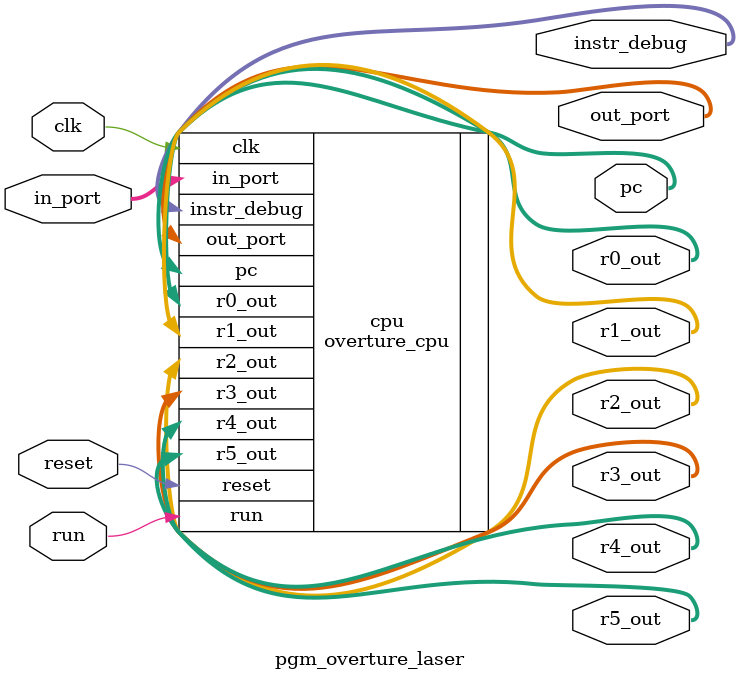
<source format=sv>
module pgm_overture_laser (
    input        clk,
    input        reset,
    input        run,
    input  [7:0] in_port,
    output [7:0] pc,
    output [7:0] out_port,
    output [7:0] instr_debug,
    output [7:0] r0_out,
    output [7:0] r1_out,
    output [7:0] r2_out,
    output [7:0] r3_out,
    output [7:0] r4_out,
    output [7:0] r5_out
);

    // Program wrapper for overture_laser.txt.
    overture_cpu cpu (
        .clk(clk),
        .reset(reset),
        .run(run),
        .in_port(in_port),
        .pc(pc),
        .out_port(out_port),
        .instr_debug(instr_debug),
        .r0_out(r0_out),
        .r1_out(r1_out),
        .r2_out(r2_out),
        .r3_out(r3_out),
        .r4_out(r4_out),
        .r5_out(r5_out)
    );

endmodule

</source>
